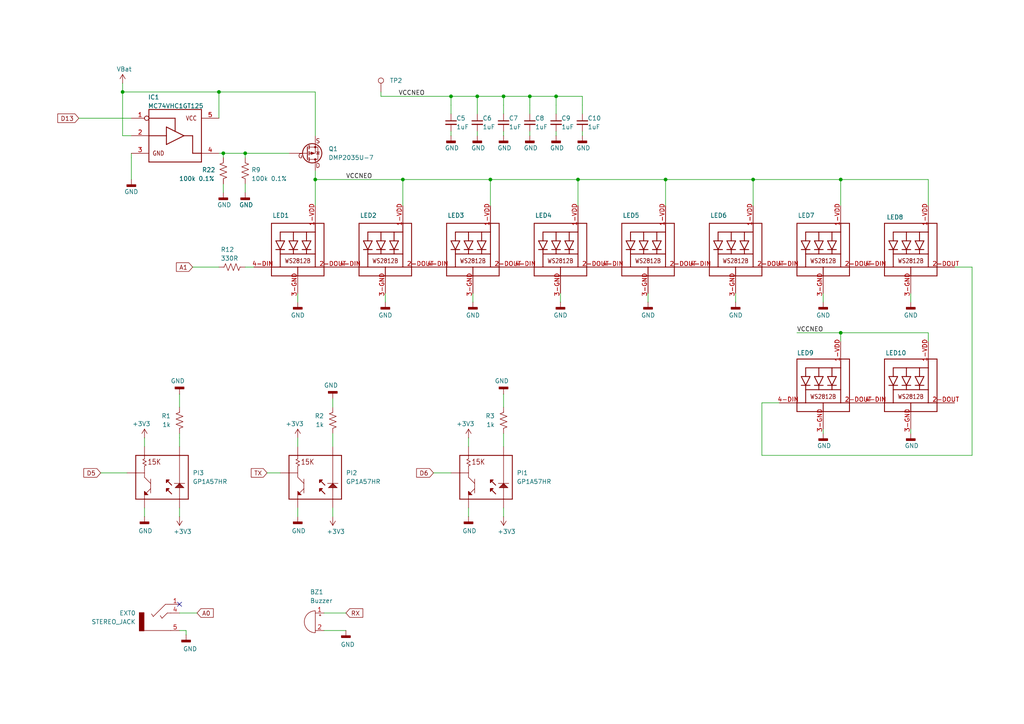
<source format=kicad_sch>
(kicad_sch (version 20250114) (generator "eeschema") (generator_version "9.0")
  (paper "A4")
  (title_block (title "FED3 Control Board") (rev "7.4") (company "Kravitz Lab") (comment 1 "Open Ephys, Inc."))
  (lib_symbols
    (symbol "Connector:TestPoint" (pin_numbers (hide yes)) (pin_names (offset 0.762) (hide yes))
      (property "Reference" "TP" (at 0 6.858 0))
      (property "Value" "TestPoint" (at 0 5.08 0))
      (symbol "TestPoint_0_1"
        (circle (center 0 3.302) (radius 0.762))
      )
      (symbol "TestPoint_1_1"
        (pin passive line (at 0 0 90) (length 2.54) (name "1") (number "1"))
      )
    )
    (symbol "Device:Buzzer" (pin_names (offset 0.0254) (hide yes))
      (property "Reference" "BZ" (at 3.81 1.27 0))
      (property "Value" "Buzzer" (at 3.81 -1.27 0))
      (symbol "Buzzer_0_1"
        (polyline (pts (xy -1.651 1.905) (xy -1.143 1.905)))
        (polyline (pts (xy -1.397 2.159) (xy -1.397 1.651)))
        (arc (start 0 3.175) (mid 3.1612 0) (end 0 -3.175))
        (polyline (pts (xy 0 3.175) (xy 0 -3.175)))
      )
      (symbol "Buzzer_1_1"
        (pin passive line (at -2.54 2.54 0) (length 2.54) (name "+") (number "1"))
        (pin passive line (at -2.54 -2.54 0) (length 2.54) (name "-") (number "2"))
      )
    )
    (symbol "Device:C_Small" (pin_numbers (hide yes)) (pin_names (offset 0.254) (hide yes))
      (property "Reference" "C" (at 0.254 1.778 0))
      (property "Value" "C_Small" (at 0.254 -2.032 0))
      (symbol "C_Small_0_1"
        (polyline (pts (xy -1.524 0.508) (xy 1.524 0.508)) (stroke (width 0.3048)))
        (polyline (pts (xy -1.524 -0.508) (xy 1.524 -0.508)) (stroke (width 0.3302)))
      )
      (symbol "C_Small_1_1"
        (pin passive line (at 0 2.54 270) (length 2.032) (name "~") (number "1"))
        (pin passive line (at 0 -2.54 90) (length 2.032) (name "~") (number "2"))
      )
    )
    (symbol "Device:R_US" (pin_numbers (hide yes)) (pin_names (offset 0))
      (property "Reference" "R" (at 2.54 0 90))
      (property "Value" "R_US" (at -2.54 0 90))
      (symbol "R_US_0_1"
        (polyline (pts (xy 0 2.286) (xy 0 2.54)))
        (polyline (pts (xy 0 2.286) (xy 1.016 1.905) (xy 0 1.524) (xy -1.016 1.143) (xy 0 0.762)))
        (polyline (pts (xy 0 0.762) (xy 1.016 0.381) (xy 0 0) (xy -1.016 -0.381) (xy 0 -0.762)))
        (polyline (pts (xy 0 -0.762) (xy 1.016 -1.143) (xy 0 -1.524) (xy -1.016 -1.905) (xy 0 -2.286)))
        (polyline (pts (xy 0 -2.286) (xy 0 -2.54)))
      )
      (symbol "R_US_1_1"
        (pin passive line (at 0 3.81 270) (length 1.27) (name "~") (number "1"))
        (pin passive line (at 0 -3.81 90) (length 1.27) (name "~") (number "2"))
      )
    )
    (symbol "FED3 SymbLib:GP1A57HR"
      (symbol "GP1A57HR_1_0"
        (polyline (pts (xy -7.62 10.16) (xy 5.08 10.16)) (stroke (width 0.254)))
        (polyline (pts (xy -7.62 -2.54) (xy -7.62 10.16)) (stroke (width 0.254)))
        (polyline (pts (xy -6.096 1.016) (xy -6.35 0.762)) (stroke (width 0.1524)))
        (polyline (pts (xy -6.096 0.889) (xy -4.064 0.889)) (stroke (width 0.1524)))
        (polyline (pts (xy -5.842 1.27) (xy -6.096 1.016)) (stroke (width 0.1524)))
        (polyline (pts (xy -5.842 1.27) (xy -4.318 1.27)) (stroke (width 0.1524)))
        (polyline (pts (xy -5.588 1.524) (xy -5.842 1.27)) (stroke (width 0.1524)))
        (polyline (pts (xy -5.588 1.397) (xy -4.572 1.397)) (stroke (width 0.1524)))
        (polyline (pts (xy -5.334 1.778) (xy -5.588 1.524)) (stroke (width 0.1524)))
        (polyline (pts (xy -5.334 1.778) (xy -4.826 1.778)) (stroke (width 0.1524)))
        (polyline (pts (xy -5.207 1.905) (xy -5.334 1.778)) (stroke (width 0.1524)))
        (polyline (pts (xy -5.207 1.905) (xy -4.953 1.905)) (stroke (width 0.1524)))
        (polyline (pts (xy -5.08 2.032) (xy -6.604 2.032)) (stroke (width 0.1524)))
        (polyline (pts (xy -5.08 2.032) (xy -5.207 1.905)) (stroke (width 0.1524)))
        (polyline (pts (xy -5.08 2.032) (xy -5.08 10.16)) (stroke (width 0.1524)))
        (polyline (pts (xy -5.08 0.762) (xy -6.35 0.762)) (stroke (width 0.1524)))
        (polyline (pts (xy -5.08 -2.54) (xy -7.62 -2.54)) (stroke (width 0.254)))
        (polyline (pts (xy -5.08 -2.54) (xy -5.08 0.762)) (stroke (width 0.1524)))
        (polyline (pts (xy -4.953 1.905) (xy -5.08 2.032)) (stroke (width 0.1524)))
        (polyline (pts (xy -4.826 1.778) (xy -4.953 1.905)) (stroke (width 0.1524)))
        (polyline (pts (xy -4.826 1.651) (xy -5.334 1.651)) (stroke (width 0.1524)))
        (polyline (pts (xy -4.572 1.524) (xy -5.588 1.524)) (stroke (width 0.1524)))
        (polyline (pts (xy -4.572 1.524) (xy -4.826 1.778)) (stroke (width 0.1524)))
        (polyline (pts (xy -4.318 1.27) (xy -4.572 1.524)) (stroke (width 0.1524)))
        (polyline (pts (xy -4.318 1.143) (xy -5.842 1.143)) (stroke (width 0.1524)))
        (polyline (pts (xy -4.064 1.016) (xy -6.096 1.016)) (stroke (width 0.1524)))
        (polyline (pts (xy -4.064 1.016) (xy -4.318 1.27)) (stroke (width 0.1524)))
        (polyline (pts (xy -3.81 0.762) (xy -5.08 0.762)) (stroke (width 0.1524)))
        (polyline (pts (xy -3.81 0.762) (xy -4.064 1.016)) (stroke (width 0.1524)))
        (polyline (pts (xy -3.556 2.032) (xy -5.08 2.032)) (stroke (width 0.1524)))
        (polyline (pts (xy -2.794 1.524) (xy -1.778 2.54)) (stroke (width 0.254)))
        (polyline (pts (xy -2.794 -1.016) (xy -1.778 0)) (stroke (width 0.254)))
        (polyline (pts (xy -2.032 3.048) (xy -1.27 2.286)) (stroke (width 0.254)))
        (polyline (pts (xy -2.032 0.508) (xy -1.27 -0.254)) (stroke (width 0.254)))
        (polyline (pts (xy -1.778 3.048) (xy -2.032 3.048)) (stroke (width 0.254)))
        (polyline (pts (xy -1.778 3.048) (xy -1.27 2.54)) (stroke (width 0.254)))
        (polyline (pts (xy -1.778 0.508) (xy -2.032 0.508)) (stroke (width 0.254)))
        (polyline (pts (xy -1.778 0.508) (xy -1.27 0)) (stroke (width 0.254)))
        (polyline (pts (xy -1.524 3.048) (xy -1.778 3.048)) (stroke (width 0.254)))
        (polyline (pts (xy -1.524 3.048) (xy -1.27 2.794)) (stroke (width 0.254)))
        (polyline (pts (xy -1.524 0.508) (xy -1.778 0.508)) (stroke (width 0.254)))
        (polyline (pts (xy -1.524 0.508) (xy -1.27 0.254)) (stroke (width 0.254)))
        (polyline (pts (xy -1.27 3.048) (xy -1.524 3.048)) (stroke (width 0.254)))
        (polyline (pts (xy -1.27 2.794) (xy -1.27 3.048)) (stroke (width 0.254)))
        (polyline (pts (xy -1.27 2.54) (xy -1.27 2.794)) (stroke (width 0.254)))
        (polyline (pts (xy -1.27 2.286) (xy -1.27 2.54)) (stroke (width 0.254)))
        (polyline (pts (xy -1.27 0.508) (xy -1.524 0.508)) (stroke (width 0.254)))
        (polyline (pts (xy -1.27 0.254) (xy -1.27 0.508)) (stroke (width 0.254)))
        (polyline (pts (xy -1.27 0) (xy -1.27 0.254)) (stroke (width 0.254)))
        (polyline (pts (xy -1.27 -0.254) (xy -1.27 0)) (stroke (width 0.254)))
        (polyline (pts (xy 3.302 3.302) (xy 3.302 2.032)) (stroke (width 0.1524)))
        (polyline (pts (xy 3.302 2.032) (xy 3.302 0.508)) (stroke (width 0.1524)))
        (polyline (pts (xy 3.302 2.032) (xy 5.08 3.81)) (stroke (width 0.1524)))
        (polyline (pts (xy 3.302 0.508) (xy 3.302 -0.762)) (stroke (width 0.1524)))
        (polyline (pts (xy 3.302 0.508) (xy 4.572 -0.762)) (stroke (width 0.1524)))
        (polyline (pts (xy 4.064 -1.27) (xy 4.191 -1.27)) (stroke (width 0.1524)))
        (polyline (pts (xy 4.191 -1.27) (xy 4.318 -1.27)) (stroke (width 0.1524)))
        (polyline (pts (xy 4.318 -1.27) (xy 4.445 -1.27)) (stroke (width 0.1524)))
        (polyline (pts (xy 4.445 -1.27) (xy 4.572 -1.27)) (stroke (width 0.1524)))
        (polyline (pts (xy 4.572 8.382) (xy 5.588 7.874)) (stroke (width 0.1524)))
        (polyline (pts (xy 4.572 7.366) (xy 5.08 7.112)) (stroke (width 0.1524)))
        (polyline (pts (xy 4.572 -1.27) (xy 4.699 -1.27)) (stroke (width 0.1524)))
        (polyline (pts (xy 4.699 -1.27) (xy 4.826 -1.27)) (stroke (width 0.1524)))
        (polyline (pts (xy 4.826 -1.27) (xy 5.08 -1.27)) (stroke (width 0.1524)))
        (polyline (pts (xy 4.953 -0.508) (xy 4.318 -1.143)) (stroke (width 0.1524)))
        (polyline (pts (xy 4.953 -0.635) (xy 4.445 -1.143)) (stroke (width 0.1524)))
        (polyline (pts (xy 4.953 -0.762) (xy 4.572 -1.143)) (stroke (width 0.1524)))
        (polyline (pts (xy 4.953 -0.889) (xy 4.699 -1.143)) (stroke (width 0.1524)))
        (polyline (pts (xy 4.953 -1.016) (xy 4.826 -1.143)) (stroke (width 0.1524)))
        (polyline (pts (xy 4.953 -1.143) (xy 4.826 -1.27)) (stroke (width 0.1524)))
        (polyline (pts (xy 5.08 10.16) (xy 5.08 9.144)) (stroke (width 0.1524)))
        (polyline (pts (xy 5.08 10.16) (xy 7.62 10.16)) (stroke (width 0.254)))
        (polyline (pts (xy 5.08 9.144) (xy 5.588 8.89)) (stroke (width 0.1524)))
        (polyline (pts (xy 5.08 7.112) (xy 5.08 5.08)) (stroke (width 0.1524)))
        (polyline (pts (xy 5.08 5.08) (xy 5.08 3.81)) (stroke (width 0.1524)))
        (polyline (pts (xy 5.08 5.08) (xy 7.62 5.08)) (stroke (width 0.1524)))
        (polyline (pts (xy 5.08 -0.254) (xy 4.064 -1.27)) (stroke (width 0.1524)))
        (polyline (pts (xy 5.08 -0.381) (xy 4.191 -1.27)) (stroke (width 0.1524)))
        (polyline (pts (xy 5.08 -0.381) (xy 5.08 -0.254)) (stroke (width 0.1524)))
        (polyline (pts (xy 5.08 -0.508) (xy 4.318 -1.27)) (stroke (width 0.1524)))
        (polyline (pts (xy 5.08 -0.508) (xy 5.08 -0.381)) (stroke (width 0.1524)))
        (polyline (pts (xy 5.08 -0.635) (xy 4.445 -1.27)) (stroke (width 0.1524)))
        (polyline (pts (xy 5.08 -0.635) (xy 5.08 -0.508)) (stroke (width 0.1524)))
        (polyline (pts (xy 5.08 -0.762) (xy 4.572 -1.27)) (stroke (width 0.1524)))
        (polyline (pts (xy 5.08 -0.762) (xy 5.08 -0.635)) (stroke (width 0.1524)))
        (polyline (pts (xy 5.08 -0.889) (xy 4.699 -1.27)) (stroke (width 0.1524)))
        (polyline (pts (xy 5.08 -0.889) (xy 5.08 -0.762)) (stroke (width 0.1524)))
        (polyline (pts (xy 5.08 -1.016) (xy 4.826 -1.27)) (stroke (width 0.1524)))
        (polyline (pts (xy 5.08 -1.016) (xy 5.08 -0.889)) (stroke (width 0.1524)))
        (polyline (pts (xy 5.08 -1.27) (xy 5.08 -1.016)) (stroke (width 0.1524)))
        (polyline (pts (xy 5.08 -2.54) (xy -5.08 -2.54)) (stroke (width 0.254)))
        (polyline (pts (xy 5.08 -2.54) (xy 5.08 -1.27)) (stroke (width 0.1524)))
        (polyline (pts (xy 5.588 8.89) (xy 4.572 8.382)) (stroke (width 0.1524)))
        (polyline (pts (xy 5.588 7.874) (xy 4.572 7.366)) (stroke (width 0.1524)))
        (polyline (pts (xy 7.62 10.16) (xy 7.62 5.08)) (stroke (width 0.254)))
        (polyline (pts (xy 7.62 5.08) (xy 7.62 -2.54)) (stroke (width 0.254)))
        (polyline (pts (xy 7.62 -2.54) (xy 5.08 -2.54)) (stroke (width 0.254)))
        (text "15K" (at 0.254 7.366 0) (effects (font (size 1.524 1.2954)) (justify left bottom)))
        (pin bidirectional line (at -5.08 12.7 270) (length 2.54) (name "2") (number "2"))
        (pin bidirectional line (at -5.08 -5.08 90) (length 2.54) (name "1") (number "1"))
        (pin bidirectional line (at 5.08 12.7 270) (length 2.54) (name "3") (number "3"))
        (pin bidirectional line (at 5.08 -5.08 90) (length 2.54) (name "5") (number "5"))
        (pin bidirectional line (at 10.16 5.08 180) (length 2.54) (name "4") (number "4"))
      )
    )
    (symbol "FED3 SymbLib:MOSFET_P-CH"
      (symbol "MOSFET_P-CH_0_1"
        (polyline (pts (xy -2.286 1.905) (xy -2.286 -1.905)) (stroke (width 0.254)))
        (polyline (pts (xy -2.286 0) (xy -5.08 0)))
        (polyline (pts (xy -1.778 2.286) (xy -1.778 1.27)) (stroke (width 0.254)))
        (polyline (pts (xy -1.778 1.778) (xy 0.762 1.778) (xy 0.762 -1.778) (xy -1.778 -1.778)))
        (polyline (pts (xy -1.778 0.508) (xy -1.778 -0.508)) (stroke (width 0.254)))
        (polyline (pts (xy -1.778 -1.27) (xy -1.778 -2.286)) (stroke (width 0.254)))
        (circle (center -0.889 0) (radius 2.794) (stroke (width 0.254)))
        (polyline (pts (xy -0.254 0) (xy -1.27 0.381) (xy -1.27 -0.381) (xy -0.254 0)) (fill (type outline)))
        (polyline (pts (xy 0 2.54) (xy 0 1.778)))
        (circle (center 0 1.778) (radius 0.254) (fill (type outline)))
        (circle (center 0 -1.778) (radius 0.254) (fill (type outline)))
        (polyline (pts (xy 0 -2.54) (xy 0 0) (xy -1.778 0)))
        (polyline (pts (xy 0.254 -0.508) (xy 0.381 -0.381) (xy 1.143 -0.381) (xy 1.27 -0.254)))
        (polyline (pts (xy 0.762 -0.381) (xy 0.381 0.254) (xy 1.143 0.254) (xy 0.762 -0.381)))
      )
      (symbol "MOSFET_P-CH_1_1"
        (text "G" (at -4.318 0.762 0) (effects (font (size 1.27 1.27))))
        (text "D" (at 0.762 3.556 0) (effects (font (size 1.27 1.27))))
        (text "S" (at 0.762 -3.556 0) (effects (font (size 1.27 1.27))))
        (pin passive line (at -7.62 0 0) (length 2.54) (name "G") (number "P$1"))
        (pin passive line (at 0 5.08 270) (length 2.54) (name "D") (number "P$3"))
        (pin passive line (at 0 -5.08 90) (length 2.54) (name "S") (number "P$2"))
      )
    )
    (symbol "FED3 SymbLib:SN74LVC1G125"
      (symbol "SN74LVC1G125_1_0"
        (polyline (pts (xy -7.62 7.62) (xy -7.62 -7.62)) (stroke (width 0.254)))
        (polyline (pts (xy -7.62 5.08) (xy 0 5.08)) (stroke (width 0.254)))
        (polyline (pts (xy -7.62 0) (xy -2.54 0)) (stroke (width 0.254)))
        (polyline (pts (xy -7.62 -7.62) (xy 7.62 -7.62)) (stroke (width 0.254)))
        (polyline (pts (xy -2.54 2.54) (xy -2.54 -2.54)) (stroke (width 0.254)))
        (polyline (pts (xy -2.54 2.54) (xy 0 1.27)) (stroke (width 0.254)))
        (polyline (pts (xy 0 5.08) (xy 0 1.27)) (stroke (width 0.254)))
        (polyline (pts (xy 0 1.27) (xy 2.54 0)) (stroke (width 0.254)))
        (polyline (pts (xy 2.54 0) (xy -2.54 -2.54)) (stroke (width 0.254)))
        (polyline (pts (xy 2.54 0) (xy 5.08 0)) (stroke (width 0.254)))
        (polyline (pts (xy 5.08 0) (xy 5.08 -5.08)) (stroke (width 0.254)))
        (polyline (pts (xy 5.08 -5.08) (xy 7.62 -5.08)) (stroke (width 0.254)))
        (polyline (pts (xy 7.62 7.62) (xy -7.62 7.62)) (stroke (width 0.254)))
        (polyline (pts (xy 7.62 -7.62) (xy 7.62 7.62)) (stroke (width 0.254)))
        (text "GND" (at -6.604 -5.842 0) (effects (font (size 1.27 1.0795)) (justify left bottom)))
        (text "VCC" (at 3.048 4.318 0) (effects (font (size 1.27 1.0795)) (justify left bottom)))
        (pin bidirectional inverted (at -12.7 5.08 0) (length 5.08) (name "P$1") (number "1"))
        (pin bidirectional line (at -12.7 0 0) (length 5.08) (name "P$2") (number "2"))
        (pin bidirectional line (at -12.7 -5.08 0) (length 5.08) (name "P$3") (number "3"))
        (pin bidirectional line (at 12.7 5.08 180) (length 5.08) (name "P$5") (number "5"))
        (pin bidirectional line (at 12.7 -5.08 180) (length 5.08) (name "P$4") (number "4"))
      )
    )
    (symbol "FED3 SymbLib:STEREO_JACK"
      (symbol "STEREO_JACK_1_0"
        (rectangle (start -5.207 2.667) (end -6.604 -2.667) (fill (type outline)))
        (polyline (pts (xy -2.54 1.524) (xy -3.048 2.286)) (stroke (width 0.1524)))
        (polyline (pts (xy 0 1.016) (xy -0.508 1.778)) (stroke (width 0.1524)))
        (polyline (pts (xy 1.016 5.08) (xy -2.54 1.524)) (stroke (width 0.1524)))
        (polyline (pts (xy 1.524 2.54) (xy 0 1.016)) (stroke (width 0.1524)))
        (polyline (pts (xy 2.54 5.08) (xy 1.016 5.08)) (stroke (width 0.1524)))
        (polyline (pts (xy 2.54 2.54) (xy 1.524 2.54)) (stroke (width 0.1524)))
        (polyline (pts (xy 2.54 -2.54) (xy -5.207 -2.54)) (stroke (width 0.1524)))
        (pin passive line (at 5.08 5.08 180) (length 2.54) (name "1") (number "1"))
        (pin passive line (at 5.08 2.54 180) (length 2.54) (name "4") (number "4"))
        (pin passive line (at 5.08 -2.54 180) (length 2.54) (name "5") (number "5"))
      )
    )
    (symbol "FED3 SymbLib:V_Batt" (power) (pin_numbers (hide yes)) (pin_names (offset 0) (hide yes))
      (property "Value" "V_Batt" (at 0 3.556 0))
      (symbol "V_Batt_0_1"
        (polyline (pts (xy -0.762 1.27) (xy 0 2.54)))
        (polyline (pts (xy 0 2.54) (xy 0.762 1.27)))
        (polyline (pts (xy 0 0) (xy 0 2.54)))
      )
      (symbol "V_Batt_1_1"
        (pin power_in line (at 0 0 90) (length 0) (name "~") (number "1"))
      )
    )
    (symbol "FED3 SymbLib:WS2812B5050"
      (symbol "WS2812B5050_1_0"
        (polyline (pts (xy -7.62 10.16) (xy -7.62 -2.54)) (stroke (width 0.254)))
        (polyline (pts (xy -7.62 -2.54) (xy -7.62 -5.08)) (stroke (width 0.254)))
        (polyline (pts (xy -7.62 -5.08) (xy 0 -5.08)) (stroke (width 0.254)))
        (polyline (pts (xy -6.35 5.08) (xy -5.08 5.08)) (stroke (width 0.254)))
        (polyline (pts (xy -6.35 2.54) (xy -5.08 2.54)) (stroke (width 0.254)))
        (polyline (pts (xy -5.08 7.62) (xy -5.08 5.08)) (stroke (width 0.254)))
        (polyline (pts (xy -5.08 5.08) (xy -3.81 5.08)) (stroke (width 0.254)))
        (polyline (pts (xy -5.08 2.54) (xy -6.35 5.08)) (stroke (width 0.254)))
        (polyline (pts (xy -5.08 2.54) (xy -5.08 1.27)) (stroke (width 0.254)))
        (polyline (pts (xy -5.08 2.54) (xy -3.81 5.08)) (stroke (width 0.254)))
        (polyline (pts (xy -5.08 1.27) (xy -5.08 -2.54)) (stroke (width 0.254)))
        (polyline (pts (xy -5.08 -2.54) (xy -7.62 -2.54)) (stroke (width 0.254)))
        (polyline (pts (xy -5.08 -2.54) (xy 0 -2.54)) (stroke (width 0.254)))
        (polyline (pts (xy -3.81 2.54) (xy -5.08 2.54)) (stroke (width 0.254)))
        (polyline (pts (xy -2.54 5.08) (xy 0 5.08)) (stroke (width 0.254)))
        (polyline (pts (xy -2.54 2.54) (xy -1.27 2.54)) (stroke (width 0.254)))
        (polyline (pts (xy -1.27 7.62) (xy -5.08 7.62)) (stroke (width 0.254)))
        (polyline (pts (xy -1.27 5.08) (xy -1.27 7.62)) (stroke (width 0.254)))
        (polyline (pts (xy -1.27 2.54) (xy -2.54 5.08)) (stroke (width 0.254)))
        (polyline (pts (xy -1.27 2.54) (xy -1.27 1.27)) (stroke (width 0.254)))
        (polyline (pts (xy -1.27 2.54) (xy 0 2.54)) (stroke (width 0.254)))
        (polyline (pts (xy -1.27 1.27) (xy -5.08 1.27)) (stroke (width 0.254)))
        (polyline (pts (xy 0 5.08) (xy -1.27 2.54)) (stroke (width 0.254)))
        (polyline (pts (xy 0 -2.54) (xy 0 -5.08)) (stroke (width 0.254)))
        (polyline (pts (xy 0 -2.54) (xy 5.08 -2.54)) (stroke (width 0.254)))
        (polyline (pts (xy 0 -5.08) (xy 7.62 -5.08)) (stroke (width 0.254)))
        (polyline (pts (xy 1.27 5.08) (xy 2.54 5.08)) (stroke (width 0.254)))
        (polyline (pts (xy 1.27 5.08) (xy 2.54 2.54)) (stroke (width 0.254)))
        (polyline (pts (xy 2.54 7.62) (xy -1.27 7.62)) (stroke (width 0.254)))
        (polyline (pts (xy 2.54 7.62) (xy 5.08 7.62)) (stroke (width 0.254)))
        (polyline (pts (xy 2.54 5.08) (xy 2.54 7.62)) (stroke (width 0.254)))
        (polyline (pts (xy 2.54 2.54) (xy 1.27 2.54)) (stroke (width 0.254)))
        (polyline (pts (xy 2.54 2.54) (xy 2.54 1.27)) (stroke (width 0.254)))
        (polyline (pts (xy 2.54 2.54) (xy 3.81 5.08)) (stroke (width 0.254)))
        (polyline (pts (xy 2.54 2.54) (xy 3.81 2.54)) (stroke (width 0.254)))
        (polyline (pts (xy 2.54 1.27) (xy -1.27 1.27)) (stroke (width 0.254)))
        (polyline (pts (xy 3.81 5.08) (xy 2.54 5.08)) (stroke (width 0.254)))
        (polyline (pts (xy 5.08 10.16) (xy -7.62 10.16)) (stroke (width 0.254)))
        (polyline (pts (xy 5.08 10.16) (xy 5.08 7.62)) (stroke (width 0.254)))
        (polyline (pts (xy 5.08 7.62) (xy 5.08 1.27)) (stroke (width 0.254)))
        (polyline (pts (xy 5.08 1.27) (xy 2.54 1.27)) (stroke (width 0.254)))
        (polyline (pts (xy 5.08 -2.54) (xy 5.08 1.27)) (stroke (width 0.254)))
        (polyline (pts (xy 5.08 -2.54) (xy 7.62 -2.54)) (stroke (width 0.254)))
        (polyline (pts (xy 7.62 10.16) (xy 5.08 10.16)) (stroke (width 0.254)))
        (polyline (pts (xy 7.62 -2.54) (xy 7.62 10.16)) (stroke (width 0.254)))
        (polyline (pts (xy 7.62 -5.08) (xy 7.62 -2.54)) (stroke (width 0.254)))
        (text "WS2812B" (at 3.81 0 0) (effects (font (size 1.27 1.0795)) (justify right top)))
        (pin input line (at -12.7 -2.54 0) (length 5.08) (name "DI") (number "4-DIN"))
        (pin power_in line (at 0 -10.16 90) (length 5.08) (name "GND") (number "3-GND"))
        (pin power_in line (at 5.08 15.24 270) (length 5.08) (name "VDD") (number "1-VDD"))
        (pin output line (at 12.7 -2.54 180) (length 5.08) (name "DO") (number "2-DOUT"))
      )
    )
    (symbol "power:+3V3" (power) (pin_numbers (hide yes)) (pin_names (offset 0) (hide yes))
      (property "Value" "+3V3" (at 0 3.556 0))
      (symbol "+3V3_0_1"
        (polyline (pts (xy -0.762 1.27) (xy 0 2.54)))
        (polyline (pts (xy 0 2.54) (xy 0.762 1.27)))
        (polyline (pts (xy 0 0) (xy 0 2.54)))
      )
      (symbol "+3V3_1_1"
        (pin power_in line (at 0 0 90) (length 0) (name "~") (number "1"))
      )
    )
    (symbol "power:GNDD" (power) (pin_numbers (hide yes)) (pin_names (offset 0) (hide yes))
      (property "Value" "GNDD" (at 0 -3.175 0))
      (symbol "GNDD_0_1"
        (rectangle (start -1.27 -1.524) (end 1.27 -2.032) (stroke (width 0.254)) (fill (type outline)))
        (polyline (pts (xy 0 0) (xy 0 -1.524)))
      )
      (symbol "GNDD_1_1"
        (pin power_in line (at 0 0 270) (length 0) (name "~") (number "1"))
      )
    )
  )
  (junction (at 142.24 52.07))
  (junction (at 91.44 52.07))
  (junction (at 167.64 52.07))
  (junction (at 138.43 27.94))
  (junction (at 243.84 96.52))
  (junction (at 218.44 52.07))
  (junction (at 64.77 44.45))
  (junction (at 243.84 52.07))
  (junction (at 63.5 26.67))
  (junction (at 71.12 44.45))
  (junction (at 153.67 27.94))
  (junction (at 146.05 27.94))
  (junction (at 193.04 52.07))
  (junction (at 161.29 27.94))
  (junction (at 35.56 26.67))
  (junction (at 116.84 52.07))
  (junction (at 130.81 27.94))
  (no_connect (at 52.07 175.26))
  (wire (pts (xy 138.43 27.94) (xy 146.05 27.94)) (stroke (width 0.1524)))
  (wire (pts (xy 36.83 137.16) (xy 29.21 137.16)) (stroke (width 0.1524)))
  (wire (pts (xy 162.56 85.09) (xy 162.56 87.63)) (stroke (width 0.1524)))
  (wire (pts (xy 238.76 125.73) (xy 238.76 124.46)))
  (wire (pts (xy 52.07 182.88) (xy 53.975 182.88)) (stroke (width 0.1524)))
  (wire (pts (xy 220.98 116.84) (xy 220.98 132.08)) (stroke (width 0.1524)))
  (wire (pts (xy 161.29 27.94) (xy 168.91 27.94)) (stroke (width 0.1524)))
  (wire (pts (xy 91.44 39.37) (xy 91.44 26.67)) (stroke (width 0.1524)))
  (wire (pts (xy 243.84 96.52) (xy 269.24 96.52)) (stroke (width 0.1524)))
  (wire (pts (xy 264.16 125.73) (xy 264.16 124.46)))
  (wire (pts (xy 276.86 77.47) (xy 281.94 77.47)) (stroke (width 0.1524)))
  (wire (pts (xy 142.24 59.69) (xy 142.24 52.07)) (stroke (width 0.1524)))
  (wire (pts (xy 269.24 52.07) (xy 269.24 59.69)) (stroke (width 0.1524)))
  (wire (pts (xy 116.84 52.07) (xy 142.24 52.07)) (stroke (width 0.1524)))
  (wire (pts (xy 167.64 52.07) (xy 193.04 52.07)) (stroke (width 0.1524)))
  (wire (pts (xy 243.84 99.06) (xy 243.84 96.52)) (stroke (width 0.1524)))
  (wire (pts (xy 130.81 137.16) (xy 125.73 137.16)) (stroke (width 0.1524)))
  (wire (pts (xy 96.52 115.57) (xy 96.52 118.11)))
  (wire (pts (xy 243.84 52.07) (xy 269.24 52.07)) (stroke (width 0.1524)))
  (wire (pts (xy 81.28 137.16) (xy 77.47 137.16)) (stroke (width 0.1524)))
  (wire (pts (xy 269.24 96.52) (xy 269.24 99.06)) (stroke (width 0.1524)))
  (wire (pts (xy 52.07 177.8) (xy 57.15 177.8)) (stroke (width 0.1524)))
  (wire (pts (xy 93.98 177.8) (xy 100.33 177.8)))
  (wire (pts (xy 167.64 59.69) (xy 167.64 52.07)) (stroke (width 0.1524)))
  (wire (pts (xy 243.84 59.69) (xy 243.84 52.07)) (stroke (width 0.1524)))
  (wire (pts (xy 153.67 30.48) (xy 153.67 33.02)))
  (wire (pts (xy 64.77 53.34) (xy 64.77 55.88)))
  (wire (pts (xy 86.36 127) (xy 86.36 129.54)) (stroke (width 0.1524)))
  (wire (pts (xy 238.76 85.09) (xy 238.76 87.63)) (stroke (width 0.1524)))
  (wire (pts (xy 63.5 26.67) (xy 91.44 26.67)) (stroke (width 0.1524)))
  (wire (pts (xy 146.05 149.86) (xy 146.05 147.32)) (stroke (width 0.1524)))
  (wire (pts (xy 146.05 30.48) (xy 146.05 27.94)) (stroke (width 0.1524)))
  (wire (pts (xy 38.1 44.45) (xy 38.1 45.72)) (stroke (width 0.1524)))
  (wire (pts (xy 71.12 44.45) (xy 71.12 45.72)) (stroke (width 0.1524)))
  (wire (pts (xy 41.91 127) (xy 41.91 129.54)) (stroke (width 0.1524)))
  (wire (pts (xy 35.56 26.67) (xy 35.56 24.13)) (stroke (width 0.1524)))
  (wire (pts (xy 187.96 85.09) (xy 187.96 87.63)) (stroke (width 0.1524)))
  (wire (pts (xy 63.5 26.67) (xy 63.5 34.29)) (stroke (width 0.1524)))
  (wire (pts (xy 220.98 116.84) (xy 226.06 116.84)) (stroke (width 0.1524)))
  (wire (pts (xy 218.44 59.69) (xy 218.44 52.07)) (stroke (width 0.1524)))
  (wire (pts (xy 168.91 30.48) (xy 168.91 33.02)))
  (wire (pts (xy 135.89 149.86) (xy 135.89 147.32)) (stroke (width 0.1524)))
  (wire (pts (xy 146.05 38.1) (xy 146.05 39.37)) (stroke (width 0.1524)))
  (wire (pts (xy 52.07 149.86) (xy 52.07 147.32)) (stroke (width 0.1524)))
  (wire (pts (xy 93.98 182.88) (xy 100.33 182.88)))
  (wire (pts (xy 135.89 127) (xy 135.89 129.54)) (stroke (width 0.1524)))
  (wire (pts (xy 146.05 125.73) (xy 146.05 129.54)) (stroke (width 0.1524)))
  (wire (pts (xy 153.67 27.94) (xy 161.29 27.94)) (stroke (width 0.1524)))
  (wire (pts (xy 146.05 114.3) (xy 146.05 118.11)))
  (wire (pts (xy 138.43 30.48) (xy 138.43 27.94)) (stroke (width 0.1524)))
  (wire (pts (xy 86.36 85.09) (xy 86.36 87.63)) (stroke (width 0.1524)))
  (wire (pts (xy 138.43 38.1) (xy 138.43 39.37)) (stroke (width 0.1524)))
  (wire (pts (xy 38.1 34.29) (xy 22.86 34.29)) (stroke (width 0.1524)))
  (wire (pts (xy 213.36 85.09) (xy 213.36 87.63)) (stroke (width 0.1524)))
  (wire (pts (xy 38.1 45.72) (xy 38.1 52.07)))
  (wire (pts (xy 146.05 27.94) (xy 153.67 27.94)) (stroke (width 0.1524)))
  (wire (pts (xy 264.16 85.09) (xy 264.16 87.63)) (stroke (width 0.1524)))
  (wire (pts (xy 96.52 149.86) (xy 96.52 147.32)) (stroke (width 0.1524)))
  (wire (pts (xy 130.81 27.94) (xy 138.43 27.94)) (stroke (width 0.1524)))
  (wire (pts (xy 161.29 39.37) (xy 161.29 38.1)) (stroke (width 0.1524)))
  (wire (pts (xy 142.24 52.07) (xy 167.64 52.07)) (stroke (width 0.1524)))
  (wire (pts (xy 168.91 39.37) (xy 168.91 38.1)) (stroke (width 0.1524)))
  (wire (pts (xy 63.5 26.67) (xy 35.56 26.67)) (stroke (width 0.1524)))
  (wire (pts (xy 71.12 53.34) (xy 71.12 55.88)))
  (wire (pts (xy 71.12 77.47) (xy 73.66 77.47)))
  (wire (pts (xy 53.975 182.88) (xy 53.975 184.15)))
  (wire (pts (xy 193.04 52.07) (xy 193.04 59.69)) (stroke (width 0.1524)))
  (wire (pts (xy 281.94 132.08) (xy 281.94 77.47)) (stroke (width 0.1524)))
  (wire (pts (xy 35.56 39.37) (xy 38.1 39.37)) (stroke (width 0.1524)))
  (wire (pts (xy 130.81 30.48) (xy 130.81 27.94)) (stroke (width 0.1524)))
  (wire (pts (xy 91.44 52.07) (xy 116.84 52.07)) (stroke (width 0.1524)))
  (wire (pts (xy 52.07 114.3) (xy 52.07 118.11)))
  (wire (pts (xy 168.91 27.94) (xy 168.91 30.48)) (stroke (width 0.1524)))
  (wire (pts (xy 91.44 49.53) (xy 91.44 52.07)) (stroke (width 0.1524)))
  (wire (pts (xy 161.29 27.94) (xy 161.29 30.48)) (stroke (width 0.1524)))
  (wire (pts (xy 110.49 27.94) (xy 130.81 27.94)) (stroke (width 0.1524)))
  (wire (pts (xy 231.14 96.52) (xy 243.84 96.52)) (stroke (width 0.1524)))
  (wire (pts (xy 64.77 44.45) (xy 71.12 44.45)) (stroke (width 0.1524)))
  (wire (pts (xy 63.5 77.47) (xy 55.88 77.47)) (stroke (width 0.1524)))
  (wire (pts (xy 153.67 38.1) (xy 153.67 39.37)) (stroke (width 0.1524)))
  (wire (pts (xy 63.5 44.45) (xy 64.77 44.45)) (stroke (width 0.1524)))
  (wire (pts (xy 193.04 52.07) (xy 218.44 52.07)) (stroke (width 0.1524)))
  (wire (pts (xy 110.49 27.94) (xy 110.49 26.67)) (stroke (width 0.1524)))
  (wire (pts (xy 146.05 30.48) (xy 146.05 33.02)))
  (wire (pts (xy 161.29 30.48) (xy 161.29 33.02)))
  (wire (pts (xy 83.82 44.45) (xy 71.12 44.45)))
  (wire (pts (xy 86.36 149.86) (xy 86.36 147.32)) (stroke (width 0.1524)))
  (wire (pts (xy 64.77 44.45) (xy 64.77 45.72)))
  (wire (pts (xy 137.16 85.09) (xy 137.16 87.63)) (stroke (width 0.1524)))
  (wire (pts (xy 116.84 59.69) (xy 116.84 52.07)) (stroke (width 0.1524)))
  (wire (pts (xy 52.07 125.73) (xy 52.07 127)))
  (wire (pts (xy 41.91 149.86) (xy 41.91 147.32)) (stroke (width 0.1524)))
  (wire (pts (xy 91.44 59.69) (xy 91.44 52.07)) (stroke (width 0.1524)))
  (wire (pts (xy 111.76 85.09) (xy 111.76 87.63)) (stroke (width 0.1524)))
  (wire (pts (xy 218.44 52.07) (xy 243.84 52.07)) (stroke (width 0.1524)))
  (wire (pts (xy 96.52 125.73) (xy 96.52 129.54)) (stroke (width 0.1524)))
  (wire (pts (xy 220.98 132.08) (xy 281.94 132.08)) (stroke (width 0.1524)))
  (wire (pts (xy 52.07 127) (xy 52.07 129.54)) (stroke (width 0.1524)))
  (wire (pts (xy 130.81 38.1) (xy 130.81 39.37)) (stroke (width 0.1524)))
  (wire (pts (xy 138.43 30.48) (xy 138.43 33.02)))
  (wire (pts (xy 35.56 26.67) (xy 35.56 39.37)) (stroke (width 0.1524)))
  (wire (pts (xy 130.81 30.48) (xy 130.81 33.02)))
  (wire (pts (xy 153.67 30.48) (xy 153.67 27.94)) (stroke (width 0.1524)))
  (label "VCCNEO" (at 231.14 96.52 0))
  (label "VCCNEO" (at 115.57 27.94 0))
  (label "VCCNEO" (at 100.33 52.07 0))
  (global_label "D13" (shape input) (at 22.86 34.29 180) (property "Intersheetrefs" "${INTERSHEET_REFS}" (effects (hide yes))))
  (global_label "TX" (shape input) (at 77.47 137.16 180) (property "Intersheetrefs" "${INTERSHEET_REFS}" (effects (hide yes))))
  (global_label "D5" (shape input) (at 29.21 137.16 180) (property "Intersheetrefs" "${INTERSHEET_REFS}" (effects (hide yes))))
  (global_label "RX" (shape input) (at 100.33 177.8 0) (property "Intersheetrefs" "${INTERSHEET_REFS}" (effects (hide yes))))
  (global_label "D6" (shape input) (at 125.73 137.16 180) (property "Intersheetrefs" "${INTERSHEET_REFS}" (effects (hide yes))))
  (global_label "A0" (shape input) (at 57.15 177.8 0) (property "Intersheetrefs" "${INTERSHEET_REFS}" (effects (hide yes))))
  (global_label "A1" (shape input) (at 55.88 77.47 180) (property "Intersheetrefs" "${INTERSHEET_REFS}" (effects (hide yes))))
  (symbol (lib_id "FED3 SymbLib:GP1A57HR") (at 46.99 142.24 0) (mirror y) (unit 1)
    (property "Reference" "PI3" (at 55.88 137.1599 0) (effects (justify right)))
    (property "Value" "GP1A57HR" (at 55.88 139.6999 0) (effects (justify right)))
    (property "Footprint" "FED3_PCBLib:GP1A57HR" (effects (hide yes)))
    (property "Description" "OPTICAL IR sensor (OEPS K01 022A)" (effects (hide yes)))
    (property "OEPSPN" "OEPS100063" (effects (hide yes)))
    (property "MPN" "GP1A57HRJ00F" (effects (hide yes)))
  )
  (symbol (lib_id "FED3 SymbLib:WS2812B5050") (at 187.96 74.93 0) (unit 1)
    (property "Reference" "LED5" (at 180.594 62.484 0) (effects (justify left)))
    (property "Value" "RGBLed" (effects (hide yes)))
    (property "Footprint" "FED3_PCBLib:WS2812B" (effects (hide yes)))
    (property "Description" "RGB Neopixel addressable 5mmx5mm (OEPS K01 012A)" (effects (hide yes)))
    (property "OEPSPN" "OEPS080164" (effects (hide yes)))
    (property "MPN" "XT1511RGBW-BW" (effects (hide yes)))
  )
  (symbol (lib_id "power:GNDD") (at 41.91 149.86 0) (mirror y) (unit 1)
    (property "Reference" "#PWR0108" (effects (hide yes)))
    (property "Value" "GND" (at 40.132 153.9875 0) (effects (justify right)))
    (property "Description" "Power symbol creates a global label with name \"GNDD\" , digital ground" (effects (hide yes)))
  )
  (symbol (lib_id "power:GNDD") (at 64.77 55.88 0) (unit 1)
    (property "Reference" "#PWR069" (effects (hide yes)))
    (property "Value" "GND" (at 62.992 59.436 0) (effects (justify left)))
    (property "Description" "Power symbol creates a global label with name \"GNDD\" , digital ground" (effects (hide yes)))
  )
  (symbol (lib_id "power:+3V3") (at 52.07 149.86 0) (mirror x) (unit 1)
    (property "Reference" "#+3V015" (effects (hide yes)))
    (property "Value" "+3V3" (at 50.292 154.178 0) (effects (justify left)))
  )
  (symbol (lib_id "FED3 SymbLib:WS2812B5050") (at 264.16 74.93 0) (unit 1)
    (property "Reference" "LED8" (at 259.588 62.992 0))
    (property "Value" "RGBLed" (effects (hide yes)))
    (property "Footprint" "FED3_PCBLib:WS2812B" (effects (hide yes)))
    (property "Description" "RGB Neopixel addressable 5mmx5mm (OEPS K01 012A)" (effects (hide yes)))
    (property "OEPSPN" "OEPS080164" (effects (hide yes)))
    (property "MPN" "XT1511RGBW-BW" (effects (hide yes)))
  )
  (symbol (lib_id "Device:C_Small") (at 130.81 35.56 0) (unit 1)
    (property "Reference" "C5" (at 132.334 34.29 0) (effects (justify left)))
    (property "Value" "1uF" (at 132.334 36.83 0) (effects (justify left)))
    (property "Footprint" "Capacitor_SMD:C_0402_1005Metric" (effects (hide yes)))
    (property "Description" "SMD CER 0402 1uF 25V ±10% X5R" (effects (hide yes)))
    (property "OEPSPN" "OEPS010030" (effects (hide yes)))
    (property "MPN" "C1005X5R1E105K050BC" (effects (hide yes)))
  )
  (symbol (lib_id "power:GNDD") (at 138.43 39.37 0) (unit 1)
    (property "Reference" "#PWR0105" (effects (hide yes)))
    (property "Value" "GND" (at 136.652 42.926 0) (effects (justify left)))
    (property "Description" "Power symbol creates a global label with name \"GNDD\" , digital ground" (effects (hide yes)))
  )
  (symbol (lib_id "Device:Buzzer") (at 91.44 180.34 0) (mirror y) (unit 1)
    (property "Reference" "BZ1" (at 89.916 171.704 0) (effects (justify right)))
    (property "Value" "Buzzer" (at 89.916 174.244 0) (effects (justify right)))
    (property "Footprint" "FED3_PCBLib:Buzzer" (effects (hide yes)))
    (property "Description" "BUZZER PIEZO 3V 12.2MM (OEPS K01 014)" (effects (hide yes)))
    (property "MPN" "PS1240P02BT" (effects (hide yes)))
    (property "OEPSPN" "OEPS100062" (effects (hide yes)))
  )
  (symbol (lib_id "power:GNDD") (at 146.05 114.3 0) (mirror x) (unit 1)
    (property "Reference" "#PWR035" (effects (hide yes)))
    (property "Value" "GND" (at 147.574 110.49 0) (effects (justify right)))
    (property "Description" "Power symbol creates a global label with name \"GNDD\" , digital ground" (effects (hide yes)))
  )
  (symbol (lib_id "power:GNDD") (at 111.76 87.63 0) (unit 1)
    (property "Reference" "#PWR025" (effects (hide yes)))
    (property "Value" "GND" (at 109.728 91.44 0) (effects (justify left)))
    (property "Description" "Power symbol creates a global label with name \"GNDD\" , digital ground" (effects (hide yes)))
  )
  (symbol (lib_id "Device:R_US") (at 52.07 121.92 0) (mirror x) (unit 1)
    (property "Reference" "R1" (at 49.53 120.6499 0) (effects (justify right)))
    (property "Value" "1k" (at 49.53 123.1899 0) (effects (justify right)))
    (property "Footprint" "Resistor_SMD:R_0402_1005Metric" (effects (hide yes)))
    (property "Description" "SMD 0402 1kΩ ±1% 0.100W" (effects (hide yes)))
    (property "OEPSPN" "OEPS020006" (effects (hide yes)))
    (property "MPN" "ERJ-2RKF1001X" (effects (hide yes)))
  )
  (symbol (lib_id "power:+3V3") (at 135.89 127 0) (mirror y) (unit 1)
    (property "Reference" "#+3V010" (effects (hide yes)))
    (property "Value" "+3V3" (at 132.334 122.936 0) (effects (justify right)))
  )
  (symbol (lib_id "power:GNDD") (at 161.29 39.37 0) (unit 1)
    (property "Reference" "#PWR027" (effects (hide yes)))
    (property "Value" "GND" (at 159.512 42.926 0) (effects (justify left)))
    (property "Description" "Power symbol creates a global label with name \"GNDD\" , digital ground" (effects (hide yes)))
  )
  (symbol (lib_id "power:GNDD") (at 71.12 55.88 0) (unit 1)
    (property "Reference" "#PWR033" (effects (hide yes)))
    (property "Value" "GND" (at 69.342 59.436 0) (effects (justify left)))
    (property "Description" "Power symbol creates a global label with name \"GNDD\" , digital ground" (effects (hide yes)))
  )
  (symbol (lib_id "Device:C_Small") (at 168.91 35.56 0) (unit 1)
    (property "Reference" "C10" (at 170.434 34.29 0) (effects (justify left)))
    (property "Value" "1uF" (at 170.434 36.83 0) (effects (justify left)))
    (property "Footprint" "Capacitor_SMD:C_0402_1005Metric" (effects (hide yes)))
    (property "Description" "SMD CER 0402 1uF 25V ±10% X5R" (effects (hide yes)))
    (property "OEPSPN" "OEPS010030" (effects (hide yes)))
    (property "MPN" "C1005X5R1E105K050BC" (effects (hide yes)))
  )
  (symbol (lib_id "FED3 SymbLib:WS2812B5050") (at 238.76 74.93 0) (unit 1)
    (property "Reference" "LED7" (at 231.394 62.484 0) (effects (justify left)))
    (property "Value" "RGBLed" (effects (hide yes)))
    (property "Footprint" "FED3_PCBLib:WS2812B" (effects (hide yes)))
    (property "Description" "RGB Neopixel addressable 5mmx5mm (OEPS K01 012A)" (effects (hide yes)))
    (property "OEPSPN" "OEPS080164" (effects (hide yes)))
    (property "MPN" "XT1511RGBW-BW" (effects (hide yes)))
  )
  (symbol (lib_id "power:GNDD") (at 86.36 149.86 0) (mirror y) (unit 1)
    (property "Reference" "#PWR034" (effects (hide yes)))
    (property "Value" "GND" (at 84.582 153.9875 0) (effects (justify right)))
    (property "Description" "Power symbol creates a global label with name \"GNDD\" , digital ground" (effects (hide yes)))
  )
  (symbol (lib_id "power:GNDD") (at 135.89 149.86 0) (mirror y) (unit 1)
    (property "Reference" "#PWR036" (effects (hide yes)))
    (property "Value" "GND" (at 134.112 153.9875 0) (effects (justify right)))
    (property "Description" "Power symbol creates a global label with name \"GNDD\" , digital ground" (effects (hide yes)))
  )
  (symbol (lib_id "FED3 SymbLib:V_Batt") (at 35.56 24.13 0) (unit 1)
    (property "Reference" "#PWR07" (effects (hide yes)))
    (property "Value" "VBat" (at 33.782 20.066 0) (effects (justify left)))
    (property "Description" "Power symbol creates a global label with name \"V_Batt\"" (effects (hide yes)))
  )
  (symbol (lib_id "Device:R_US") (at 146.05 121.92 0) (mirror x) (unit 1)
    (property "Reference" "R3" (at 143.51 120.6499 0) (effects (justify right)))
    (property "Value" "1k" (at 143.51 123.1899 0) (effects (justify right)))
    (property "Footprint" "Resistor_SMD:R_0402_1005Metric" (effects (hide yes)))
    (property "Description" "SMD 0402 1kΩ ±1% 0.100W" (effects (hide yes)))
    (property "OEPSPN" "OEPS020006" (effects (hide yes)))
    (property "MPN" "ERJ-2RKF1001X" (effects (hide yes)))
  )
  (symbol (lib_id "Device:C_Small") (at 161.29 35.56 0) (unit 1)
    (property "Reference" "C9" (at 162.814 34.29 0) (effects (justify left)))
    (property "Value" "1uF" (at 162.814 36.83 0) (effects (justify left)))
    (property "Footprint" "Capacitor_SMD:C_0402_1005Metric" (effects (hide yes)))
    (property "Description" "SMD CER 0402 1uF 25V ±10% X5R" (effects (hide yes)))
    (property "OEPSPN" "OEPS010030" (effects (hide yes)))
    (property "MPN" "C1005X5R1E105K050BC" (effects (hide yes)))
  )
  (symbol (lib_id "power:+3V3") (at 96.52 149.86 0) (mirror x) (unit 1)
    (property "Reference" "#+3V013" (effects (hide yes)))
    (property "Value" "+3V3" (at 94.742 154.178 0) (effects (justify left)))
  )
  (symbol (lib_id "power:GNDD") (at 137.16 87.63 0) (unit 1)
    (property "Reference" "#PWR029" (effects (hide yes)))
    (property "Value" "GND" (at 135.128 91.44 0) (effects (justify left)))
    (property "Description" "Power symbol creates a global label with name \"GNDD\" , digital ground" (effects (hide yes)))
  )
  (symbol (lib_id "FED3 SymbLib:GP1A57HR") (at 91.44 142.24 0) (mirror y) (unit 1)
    (property "Reference" "PI2" (at 100.33 137.1599 0) (effects (justify right)))
    (property "Value" "GP1A57HR" (at 100.33 139.6999 0) (effects (justify right)))
    (property "Footprint" "FED3_PCBLib:GP1A57HR" (effects (hide yes)))
    (property "Description" "OPTICAL IR sensor (OEPS K01 022A)" (effects (hide yes)))
    (property "OEPSPN" "OEPS100063" (effects (hide yes)))
    (property "MPN" "GP1A57HRJ00F" (effects (hide yes)))
  )
  (symbol (lib_id "power:GNDD") (at 96.52 115.57 0) (mirror x) (unit 1)
    (property "Reference" "#PWR022" (effects (hide yes)))
    (property "Value" "GND" (at 98.044 111.76 0) (effects (justify right)))
    (property "Description" "Power symbol creates a global label with name \"GNDD\" , digital ground" (effects (hide yes)))
  )
  (symbol (lib_id "Device:R_US") (at 96.52 121.92 0) (mirror x) (unit 1)
    (property "Reference" "R2" (at 93.98 120.6499 0) (effects (justify right)))
    (property "Value" "1k" (at 93.98 123.1899 0) (effects (justify right)))
    (property "Footprint" "Resistor_SMD:R_0402_1005Metric" (effects (hide yes)))
    (property "Description" "SMD 0402 1kΩ ±1% 0.100W" (effects (hide yes)))
    (property "OEPSPN" "OEPS020006" (effects (hide yes)))
    (property "MPN" "ERJ-2RKF1001X" (effects (hide yes)))
  )
  (symbol (lib_id "power:GNDD") (at 53.975 184.15 0) (mirror y) (unit 1)
    (property "Reference" "#PWR049" (effects (hide yes)))
    (property "Value" "GND" (at 53.086 188.214 0) (effects (justify right)))
    (property "Description" "Power symbol creates a global label with name \"GNDD\" , digital ground" (effects (hide yes)))
  )
  (symbol (lib_id "FED3 SymbLib:GP1A57HR") (at 140.97 142.24 0) (mirror y) (unit 1)
    (property "Reference" "PI1" (at 149.86 137.1599 0) (effects (justify right)))
    (property "Value" "GP1A57HR" (at 149.86 139.6999 0) (effects (justify right)))
    (property "Footprint" "FED3_PCBLib:GP1A57HR" (effects (hide yes)))
    (property "Description" "OPTICAL IR sensor (OEPS K01 022A)" (effects (hide yes)))
    (property "OEPSPN" "OEPS100063" (effects (hide yes)))
    (property "MPN" "GP1A57HRJ00F" (effects (hide yes)))
  )
  (symbol (lib_id "Device:C_Small") (at 138.43 35.56 0) (unit 1)
    (property "Reference" "C6" (at 139.954 34.29 0) (effects (justify left)))
    (property "Value" "1uF" (at 139.954 36.83 0) (effects (justify left)))
    (property "Footprint" "Capacitor_SMD:C_0402_1005Metric" (effects (hide yes)))
    (property "Description" "SMD CER 0402 1uF 25V ±10% X5R" (effects (hide yes)))
    (property "OEPSPN" "OEPS010030" (effects (hide yes)))
    (property "MPN" "C1005X5R1E105K050BC" (effects (hide yes)))
  )
  (symbol (lib_id "FED3 SymbLib:WS2812B5050") (at 86.36 74.93 0) (unit 1)
    (property "Reference" "LED1" (at 78.994 62.484 0) (effects (justify left)))
    (property "Value" "RGBLed" (effects (hide yes)))
    (property "Footprint" "FED3_PCBLib:WS2812B" (effects (hide yes)))
    (property "Description" "RGB Neopixel addressable 5mmx5mm (OEPS K01 012A)" (effects (hide yes)))
    (property "OEPSPN" "OEPS080164" (effects (hide yes)))
    (property "MPN" "XT1511RGBW-BW" (effects (hide yes)))
  )
  (symbol (lib_id "power:GNDD") (at 100.33 182.88 0) (mirror y) (unit 1)
    (property "Reference" "#PWR048" (effects (hide yes)))
    (property "Value" "GND" (at 98.806 186.944 0) (effects (justify right)))
    (property "Description" "Power symbol creates a global label with name \"GNDD\" , digital ground" (effects (hide yes)))
  )
  (symbol (lib_id "Connector:TestPoint") (at 110.49 26.67 0) (unit 1) (in_bom no)
    (property "Reference" "TP2" (at 113.03 23.3679 0) (effects (justify left)))
    (property "Value" "VccNEO" (effects (hide yes)))
    (property "Footprint" "TestPoint:TestPoint_Pad_D2.0mm" (effects (hide yes)))
  )
  (symbol (lib_id "FED3 SymbLib:WS2812B5050") (at 238.76 114.3 0) (unit 1)
    (property "Reference" "LED9" (at 231.14 102.362 0) (effects (justify left)))
    (property "Value" "RGBLed" (effects (hide yes)))
    (property "Footprint" "FED3_PCBLib:WS2812B" (effects (hide yes)))
    (property "Description" "RGB Neopixel addressable 5mmx5mm (OEPS K01 012A)" (effects (hide yes)))
    (property "OEPSPN" "OEPS080164" (effects (hide yes)))
    (property "MPN" "XT1511RGBW-BW" (effects (hide yes)))
  )
  (symbol (lib_id "power:GNDD") (at 168.91 39.37 0) (unit 1)
    (property "Reference" "#PWR028" (effects (hide yes)))
    (property "Value" "GND" (at 167.132 42.926 0) (effects (justify left)))
    (property "Description" "Power symbol creates a global label with name \"GNDD\" , digital ground" (effects (hide yes)))
  )
  (symbol (lib_id "power:GNDD") (at 162.56 87.63 0) (unit 1)
    (property "Reference" "#PWR030" (effects (hide yes)))
    (property "Value" "GND" (at 160.528 91.44 0) (effects (justify left)))
    (property "Description" "Power symbol creates a global label with name \"GNDD\" , digital ground" (effects (hide yes)))
  )
  (symbol (lib_id "power:GNDD") (at 130.81 39.37 0) (unit 1)
    (property "Reference" "#PWR018" (effects (hide yes)))
    (property "Value" "GND" (at 129.032 42.926 0) (effects (justify left)))
    (property "Description" "Power symbol creates a global label with name \"GNDD\" , digital ground" (effects (hide yes)))
  )
  (symbol (lib_id "power:GNDD") (at 86.36 87.63 0) (unit 1)
    (property "Reference" "#PWR0110" (effects (hide yes)))
    (property "Value" "GND" (at 84.328 91.44 0) (effects (justify left)))
    (property "Description" "Power symbol creates a global label with name \"GNDD\" , digital ground" (effects (hide yes)))
  )
  (symbol (lib_id "power:GNDD") (at 238.76 125.73 0) (unit 1)
    (property "Reference" "#PWR045" (effects (hide yes)))
    (property "Value" "GND" (at 236.982 129.286 0) (effects (justify left)))
    (property "Description" "Power symbol creates a global label with name \"GNDD\" , digital ground" (effects (hide yes)))
  )
  (symbol (lib_id "power:GNDD") (at 52.07 114.3 0) (mirror x) (unit 1)
    (property "Reference" "#PWR0109" (effects (hide yes)))
    (property "Value" "GND" (at 53.594 110.49 0) (effects (justify right)))
    (property "Description" "Power symbol creates a global label with name \"GNDD\" , digital ground" (effects (hide yes)))
  )
  (symbol (lib_id "power:GNDD") (at 213.36 87.63 0) (unit 1)
    (property "Reference" "#PWR032" (effects (hide yes)))
    (property "Value" "GND" (at 211.328 91.44 0) (effects (justify left)))
    (property "Description" "Power symbol creates a global label with name \"GNDD\" , digital ground" (effects (hide yes)))
  )
  (symbol (lib_id "FED3 SymbLib:WS2812B5050") (at 137.16 74.93 0) (unit 1)
    (property "Reference" "LED3" (at 129.794 62.484 0) (effects (justify left)))
    (property "Value" "RGBLed" (effects (hide yes)))
    (property "Footprint" "FED3_PCBLib:WS2812B" (effects (hide yes)))
    (property "Description" "RGB Neopixel addressable 5mmx5mm (OEPS K01 012A)" (effects (hide yes)))
    (property "OEPSPN" "OEPS080164" (effects (hide yes)))
    (property "MPN" "XT1511RGBW-BW" (effects (hide yes)))
  )
  (symbol (lib_id "Device:R_US") (at 71.12 49.53 180) (unit 1)
    (property "Reference" "R9" (at 72.898 49.276 0) (effects (justify right)))
    (property "Value" "100k 0.1%" (at 72.898 51.816 0) (effects (justify right)))
    (property "Footprint" "Resistor_SMD:R_0402_1005Metric" (effects (hide yes)))
    (property "Description" "SMD 0402 100kΩ ±0.1% 0.063W" (effects (hide yes)))
    (property "OEPSPN" "OEPS020175" (effects (hide yes)))
    (property "MPN" "RG1005P-104-B-T5" (effects (hide yes)))
  )
  (symbol (lib_id "power:GNDD") (at 146.05 39.37 0) (unit 1)
    (property "Reference" "#PWR024" (effects (hide yes)))
    (property "Value" "GND" (at 144.272 42.926 0) (effects (justify left)))
    (property "Description" "Power symbol creates a global label with name \"GNDD\" , digital ground" (effects (hide yes)))
  )
  (symbol (lib_id "power:+3V3") (at 86.36 127 0) (mirror y) (unit 1)
    (property "Reference" "#+3V011" (effects (hide yes)))
    (property "Value" "+3V3" (at 82.804 122.936 0) (effects (justify right)))
  )
  (symbol (lib_id "power:+3V3") (at 41.91 127 0) (mirror y) (unit 1)
    (property "Reference" "#+3V012" (effects (hide yes)))
    (property "Value" "+3V3" (at 38.354 122.936 0) (effects (justify right)))
  )
  (symbol (lib_id "FED3 SymbLib:WS2812B5050") (at 111.76 74.93 0) (unit 1)
    (property "Reference" "LED2" (at 104.394 62.484 0) (effects (justify left)))
    (property "Value" "RGBLed" (effects (hide yes)))
    (property "Footprint" "FED3_PCBLib:WS2812B" (effects (hide yes)))
    (property "Description" "RGB Neopixel addressable 5mmx5mm (OEPS K01 012A)" (effects (hide yes)))
    (property "OEPSPN" "OEPS080164" (effects (hide yes)))
    (property "MPN" "XT1511RGBW-BW" (effects (hide yes)))
  )
  (symbol (lib_id "Device:R_US") (at 64.77 49.53 0) (mirror x) (unit 1)
    (property "Reference" "R22" (at 62.484 49.276 0) (effects (justify right)))
    (property "Value" "100k 0.1%" (at 62.23 51.816 0) (effects (justify right)))
    (property "Footprint" "Resistor_SMD:R_0402_1005Metric" (effects (hide yes)))
    (property "Description" "SMD 0402 100kΩ ±0.1% 0.063W" (effects (hide yes)))
    (property "OEPSPN" "OEPS020175" (effects (hide yes)))
    (property "MPN" "RG1005P-104-B-T5" (effects (hide yes)))
  )
  (symbol (lib_id "FED3 SymbLib:WS2812B5050") (at 264.16 114.3 0) (unit 1)
    (property "Reference" "LED10" (at 259.842 102.362 0))
    (property "Value" "RGBLed" (effects (hide yes)))
    (property "Footprint" "FED3_PCBLib:WS2812B" (effects (hide yes)))
    (property "Description" "RGB Neopixel addressable 5mmx5mm (OEPS K01 012A)" (effects (hide yes)))
    (property "OEPSPN" "OEPS080164" (effects (hide yes)))
    (property "MPN" "XT1511RGBW-BW" (effects (hide yes)))
  )
  (symbol (lib_id "power:+3V3") (at 146.05 149.86 0) (mirror x) (unit 1)
    (property "Reference" "#+3V014" (effects (hide yes)))
    (property "Value" "+3V3" (at 144.272 154.178 0) (effects (justify left)))
  )
  (symbol (lib_id "Device:C_Small") (at 153.67 35.56 0) (unit 1)
    (property "Reference" "C8" (at 155.194 34.29 0) (effects (justify left)))
    (property "Value" "1uF" (at 155.194 36.83 0) (effects (justify left)))
    (property "Footprint" "Capacitor_SMD:C_0402_1005Metric" (effects (hide yes)))
    (property "Description" "SMD CER 0402 1uF 25V ±10% X5R" (effects (hide yes)))
    (property "OEPSPN" "OEPS010030" (effects (hide yes)))
    (property "MPN" "C1005X5R1E105K050BC" (effects (hide yes)))
  )
  (symbol (lib_id "FED3 SymbLib:WS2812B5050") (at 162.56 74.93 0) (unit 1)
    (property "Reference" "LED4" (at 155.194 62.484 0) (effects (justify left)))
    (property "Value" "RGBLed" (effects (hide yes)))
    (property "Footprint" "FED3_PCBLib:WS2812B" (effects (hide yes)))
    (property "Description" "RGB Neopixel addressable 5mmx5mm (OEPS K01 012A)" (effects (hide yes)))
    (property "OEPSPN" "OEPS080164" (effects (hide yes)))
    (property "MPN" "XT1511RGBW-BW" (effects (hide yes)))
  )
  (symbol (lib_id "FED3 SymbLib:STEREO_JACK") (at 46.99 180.34 0) (unit 1)
    (property "Reference" "EXT0" (at 39.37 177.8253 0) (effects (justify right)))
    (property "Value" "STEREO_JACK" (at 39.37 180.3653 0) (effects (justify right)))
    (property "Footprint" "FED3_PCBLib:35RASMT2BHNTRX" (effects (hide yes)))
    (property "Description" "3.5MM JACK STEREO 90º" (effects (hide yes)))
    (property "OEPSPN" "OEPS070025" (effects (hide yes)))
    (property "MPN" "35RASMT2BHNTRX" (effects (hide yes)))
  )
  (symbol (lib_id "Device:C_Small") (at 146.05 35.56 0) (unit 1)
    (property "Reference" "C7" (at 147.574 34.29 0) (effects (justify left)))
    (property "Value" "1uF" (at 147.574 36.83 0) (effects (justify left)))
    (property "Footprint" "Capacitor_SMD:C_0402_1005Metric" (effects (hide yes)))
    (property "Description" "SMD CER 0402 1uF 25V ±10% X5R" (effects (hide yes)))
    (property "OEPSPN" "OEPS010030" (effects (hide yes)))
    (property "MPN" "C1005X5R1E105K050BC" (effects (hide yes)))
  )
  (symbol (lib_id "power:GNDD") (at 187.96 87.63 0) (unit 1)
    (property "Reference" "#PWR031" (effects (hide yes)))
    (property "Value" "GND" (at 185.928 91.44 0) (effects (justify left)))
    (property "Description" "Power symbol creates a global label with name \"GNDD\" , digital ground" (effects (hide yes)))
  )
  (symbol (lib_id "power:GNDD") (at 264.16 125.73 0) (unit 1)
    (property "Reference" "#PWR046" (effects (hide yes)))
    (property "Value" "GND" (at 262.382 129.286 0) (effects (justify left)))
    (property "Description" "Power symbol creates a global label with name \"GNDD\" , digital ground" (effects (hide yes)))
  )
  (symbol (lib_id "FED3 SymbLib:SN74LVC1G125") (at 50.8 39.37 0) (unit 1)
    (property "Reference" "IC1" (at 42.926 28.194 0) (effects (justify left)))
    (property "Value" "MC74VHC1GT125" (at 42.926 30.734 0) (effects (justify left)))
    (property "Footprint" "Package_TO_SOT_SMD:SOT-23-5" (effects (hide yes)))
    (property "Description" "BUFFER NON-INVERT 1CH 3-STATE" (effects (hide yes)))
    (property "OEPSPN" "OEPS080169" (effects (hide yes)))
    (property "MPN" "MC74VHC1GT125DBVT1G" (effects (hide yes)))
  )
  (symbol (lib_id "power:GNDD") (at 264.16 87.63 0) (unit 1)
    (property "Reference" "#PWR038" (effects (hide yes)))
    (property "Value" "GND" (at 262.128 91.44 0) (effects (justify left)))
    (property "Description" "Power symbol creates a global label with name \"GNDD\" , digital ground" (effects (hide yes)))
  )
  (symbol (lib_id "Device:R_US") (at 67.31 77.47 270) (unit 1)
    (property "Reference" "R12" (at 64.008 72.39 90) (effects (justify left)))
    (property "Value" "330R" (at 64.008 74.93 90) (effects (font (thickness 0.1588)) (justify left)))
    (property "Footprint" "Resistor_SMD:R_0402_1005Metric" (effects (hide yes)))
    (property "Description" "SMD 0402 330Ω ±1% 0.063W" (effects (hide yes)))
    (property "OEPSPN" "OEPS020037" (effects (hide yes)))
    (property "MPN" "RC0402FR-07330RL" (effects (hide yes)))
  )
  (symbol (lib_id "power:GNDD") (at 38.1 52.07 0) (unit 1)
    (property "Reference" "#PWR020" (effects (hide yes)))
    (property "Value" "GND" (at 40.132 55.626 0) (effects (justify right)))
    (property "Description" "Power symbol creates a global label with name \"GNDD\" , digital ground" (effects (hide yes)))
  )
  (symbol (lib_id "FED3 SymbLib:WS2812B5050") (at 213.36 74.93 0) (unit 1)
    (property "Reference" "LED6" (at 205.994 62.484 0) (effects (justify left)))
    (property "Value" "RGBLed" (effects (hide yes)))
    (property "Footprint" "FED3_PCBLib:WS2812B" (effects (hide yes)))
    (property "Description" "RGB Neopixel addressable 5mmx5mm (OEPS K01 012A)" (effects (hide yes)))
    (property "OEPSPN" "OEPS080164" (effects (hide yes)))
    (property "MPN" "XT1511RGBW-BW" (effects (hide yes)))
  )
  (symbol (lib_id "power:GNDD") (at 153.67 39.37 0) (unit 1)
    (property "Reference" "#PWR0106" (effects (hide yes)))
    (property "Value" "GND" (at 151.892 42.926 0) (effects (justify left)))
    (property "Description" "Power symbol creates a global label with name \"GNDD\" , digital ground" (effects (hide yes)))
  )
  (symbol (lib_id "power:GNDD") (at 238.76 87.63 0) (unit 1)
    (property "Reference" "#PWR037" (effects (hide yes)))
    (property "Value" "GND" (at 236.728 91.44 0) (effects (justify left)))
    (property "Description" "Power symbol creates a global label with name \"GNDD\" , digital ground" (effects (hide yes)))
  )
  (symbol (lib_id "FED3 SymbLib:MOSFET_P-CH") (at 91.44 44.45 0) (mirror x) (unit 1)
    (property "Reference" "Q1" (at 95.25 43.1798 0) (effects (justify left)))
    (property "Value" "DMP2035U-7" (at 95.25 45.7198 0) (effects (justify left)))
    (property "Footprint" "FED3_PCBLib:TSMT3" (effects (hide yes)))
    (property "Datasheet" "http://www.aosmd.com/pdfs/datasheet/AO3401A.pdf" (effects (hide yes)))
    (property "Description" "-4.0A Id, -30V Vds, P-Channel MOSFET, SOT-23" (effects (hide yes)))
    (property "OEPSPN" "OEPS060011" (effects (hide yes)))
    (property "MPN" "DMP2035U-7" (effects (hide yes)))
  )
)
</source>
